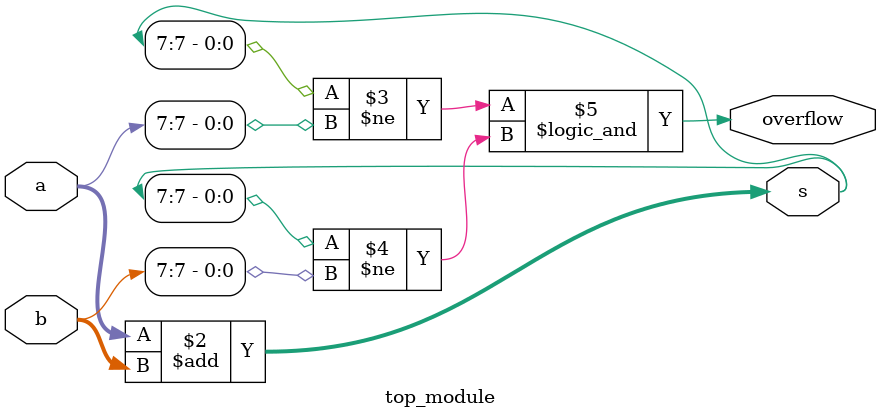
<source format=sv>
module top_module (
	input [7:0] a,
	input [7:0] b,
	output reg signed [7:0] s,
	output reg overflow
);
	always @(*)
	begin
		s = a + b;
		overflow = (s[7] != a[7] && s[7] != b[7]);
	end
endmodule

</source>
